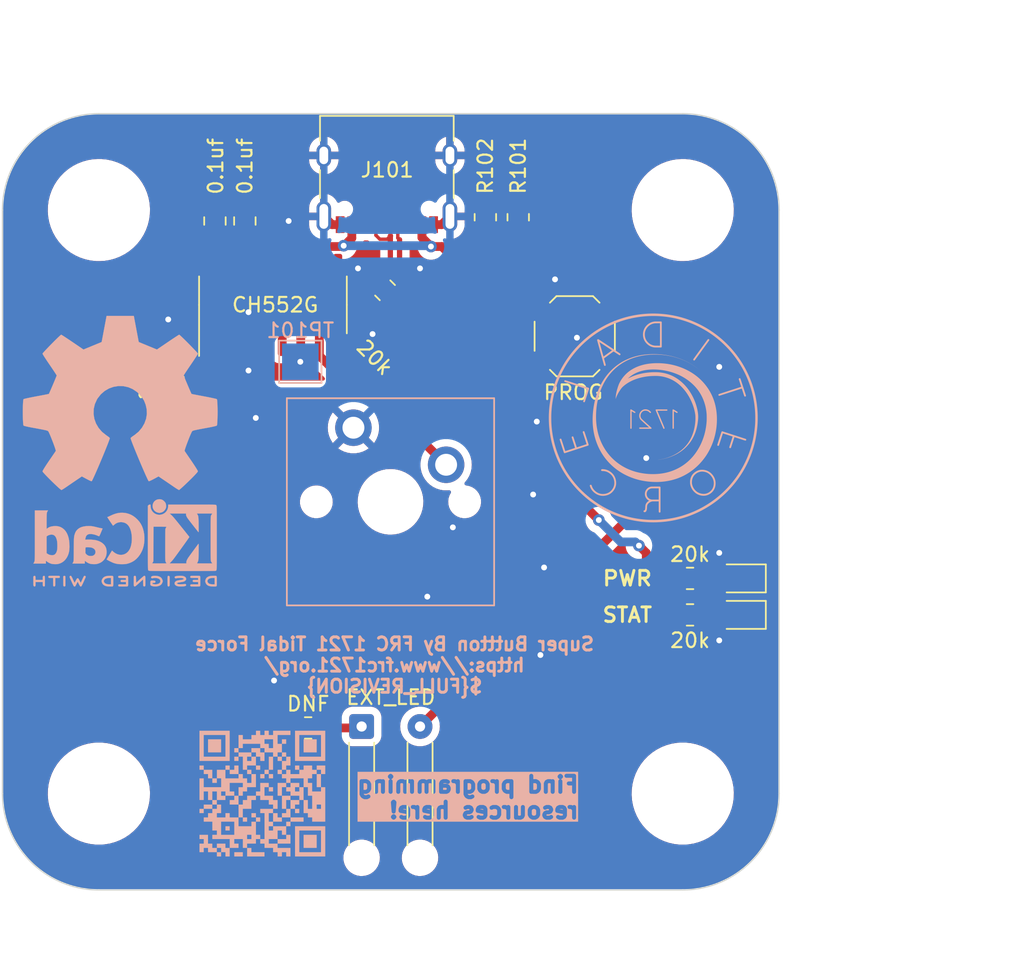
<source format=kicad_pcb>
(kicad_pcb (version 20221018) (generator pcbnew)
  (layers (0 "F.Cu" signal) (31 "B.Cu" signal) (34 "B.Paste" user) (35 "F.Paste" user) (36 "B.SilkS" user "B.Silkscreen") (37 "F.SilkS" user "F.Silkscreen") (38 "B.Mask" user) (39 "F.Mask" user) (44 "Edge.Cuts" user))
  (net 0 "")
  (net 1 "GND")
  (net 2 "+5V")
  (net 3 "/USB-")
  (net 4 "/USB+")
  (net 5 "+3V3")
  (net 6 "Net-(D103-A)")
  (net 7 "Net-(D104-A)")
  (net 8 "Net-(J101-CC1)")
  (net 10 "Net-(J101-CC2)")
  (net 12 "Net-(R104-Pad1)")
  (net 13 "/STAT")
  (net 14 "/EXT")
  (net 16 "/RST")
  (net 22 "/SW_SENSE")
  (net 24 "Net-(J103-Pin_1)")
  (footprint "Resistor_SMD:R_0805_2012Metric" (layer "F.Cu") (at 192.5 95.25 180)
    (fp_text reference "R103" hide)
    (fp_text value "20k" (at 0 1.65) (layer "F.SilkS"))
    (pad "1" smd roundrect (at -0.9125 0 180) (size 1.025 1.4) (layers "F.Cu" "F.Paste" "F.Mask") (roundrect_rratio 0.243902) (net 7 "Net-(D104-A)"))
    (pad "2" smd roundrect (at 0.9125 0 180) (size 1.025 1.4) (layers "F.Cu" "F.Paste" "F.Mask") (roundrect_rratio 0.243902) (net 2 "+5V"))
  )
  (footprint "Resistor_SMD:R_0805_2012Metric" (layer "F.Cu") (at 157.08 81.6625 90)
    (fp_text reference "R105" hide)
    (fp_text value "20k" (at 0 -1.75 90) (layer "F.SilkS"))
    (pad "1" smd roundrect (at -0.9125 0 90) (size 1.025 1.4) (layers "F.Cu" "F.Paste" "F.Mask") (roundrect_rratio 0.243902) (net 22 "/SW_SENSE"))
    (pad "2" smd roundrect (at 0.9125 0 90) (size 1.025 1.4) (layers "F.Cu" "F.Paste" "F.Mask") (roundrect_rratio 0.243902) (net 2 "+5V"))
  )
  (footprint "Connector_Wire:SolderWire-0.15sqmm_1x02_P4mm_D0.5mm_OD1.5mm_Relief" (layer "F.Cu") (at 170 105.4)
    (fp_text reference "J103" hide)
    (fp_text value "EXT_LED" (at 2 -2) (layer "F.SilkS"))
    (pad "" np_thru_hole circle (at 0 9) (size 2 2) (drill 2) (layers "*.Cu" "*.Mask"))
    (pad "" np_thru_hole circle (at 4 9) (size 2 2) (drill 2) (layers "*.Cu" "*.Mask"))
    (pad "1" thru_hole roundrect (at 0 0) (size 1.7 1.7) (drill 0.7) (layers "*.Cu" "*.Mask") (roundrect_rratio 0.147059) (net 24 "Net-(J103-Pin_1)"))
    (pad "2" thru_hole circle (at 4 0) (size 1.7 1.7) (drill 0.7) (layers "*.Cu" "*.Mask") (net 2 "+5V"))
  )
  (footprint "LED_SMD:LED_0805_2012Metric" (layer "F.Cu") (at 196.0075 97.75 180)
    (fp_text reference "D103" hide)
    (fp_text value "STAT" (at 6.0075 0) (layer "F.SilkS" knockout) (effects (font (thickness 0.2) bold) (justify right)))
    (pad "1" smd roundrect (at -0.9375 0 180) (size 0.975 1.4) (layers "F.Cu" "F.Paste" "F.Mask") (net 1 "GND"))
    (pad "2" smd roundrect (at 0.9375 0 180) (size 0.975 1.4) (layers "F.Cu" "F.Paste" "F.Mask") (net 6 "Net-(D103-A)"))
  )
  (footprint "Resistor_SMD:R_0805_2012Metric" (layer "F.Cu") (at 171.604765 75.5 135)
    (fp_text reference "R104" hide)
    (fp_text value "20k" (at -2.75 -3.75 135) (layer "F.SilkS"))
    (pad "1" smd roundrect (at -0.9125 0 135) (size 1.025 1.4) (layers "F.Cu" "F.Paste" "F.Mask") (roundrect_rratio 0.243902) (net 12 "Net-(R104-Pad1)"))
    (pad "2" smd roundrect (at 0.9125 0 135) (size 1.025 1.4) (layers "F.Cu" "F.Paste" "F.Mask") (roundrect_rratio 0.243902) (net 4 "/USB+"))
  )
  (footprint "Capacitor_SMD:C_0805_2012Metric" (layer "F.Cu") (at 162 70.75 90)
    (fp_text reference "C104" hide)
    (fp_text value "0.1uf" (at 3.75 0 90) (layer "F.SilkS"))
    (pad "1" smd roundrect (at -0.95 0 90) (size 1 1.45) (layers "F.Cu" "F.Paste" "F.Mask") (net 2 "+5V"))
    (pad "2" smd roundrect (at 0.95 0 90) (size 1 1.45) (layers "F.Cu" "F.Paste" "F.Mask") (net 1 "GND"))
  )
  (footprint "Capacitor_SMD:C_0805_2012Metric" (layer "F.Cu") (at 159.95 70.75 90)
    (fp_text reference "C101" hide)
    (fp_text value "0.1uf" (at 3.75 0.05 90) (layer "F.SilkS"))
    (pad "1" smd roundrect (at -0.95 0 90) (size 1 1.45) (layers "F.Cu" "F.Paste" "F.Mask") (net 5 "+3V3"))
    (pad "2" smd roundrect (at 0.95 0 90) (size 1 1.45) (layers "F.Cu" "F.Paste" "F.Mask") (net 1 "GND"))
  )
  (footprint "Button_Switch_SMD:SW_SPST_TL3342" (layer "F.Cu") (at 184.6 78.65 180)
    (fp_text reference "SW102" hide)
    (fp_text value "PROG" (at 0.1 -3.85 180) (layer "F.SilkS"))
    (pad "1" smd rect (at -3.15 -1.9 180) (size 1.7 1) (layers "F.Cu" "F.Paste" "F.Mask") (net 12 "Net-(R104-Pad1)"))
    (pad "1" smd rect (at 3.15 -1.9 180) (size 1.7 1) (layers "F.Cu" "F.Paste" "F.Mask") (net 12 "Net-(R104-Pad1)"))
    (pad "2" smd rect (at -3.15 1.9 180) (size 1.7 1) (layers "F.Cu" "F.Paste" "F.Mask") (net 2 "+5V"))
    (pad "2" smd rect (at 3.15 1.9 180) (size 1.7 1) (layers "F.Cu" "F.Paste" "F.Mask") (net 2 "+5V"))
  )
  (footprint "LED_SMD:LED_0805_2012Metric" (layer "F.Cu") (at 196.0075 95.25 180)
    (fp_text reference "D104" hide)
    (fp_text value "PWR" (at 6.0075 0) (layer "F.SilkS" knockout) (effects (font (size 1 1.06) (thickness 0.2) bold) (justify right)))
    (pad "1" smd roundrect (at -0.9375 0 180) (size 0.975 1.4) (layers "F.Cu" "F.Paste" "F.Mask") (net 1 "GND"))
    (pad "2" smd roundrect (at 0.9375 0 180) (size 0.975 1.4) (layers "F.Cu" "F.Paste" "F.Mask") (net 7 "Net-(D104-A)"))
  )
  (footprint "Resistor_SMD:R_0805_2012Metric" (layer "F.Cu") (at 192.5 97.75 180)
    (fp_text reference "R106" hide)
    (fp_text value "20k" (at 0 -1.75) (layer "F.SilkS"))
    (pad "1" smd roundrect (at -0.9125 0 180) (size 1.025 1.4) (layers "F.Cu" "F.Paste" "F.Mask") (roundrect_rratio 0.243902) (net 6 "Net-(D103-A)"))
    (pad "2" smd roundrect (at 0.9125 0 180) (size 1.025 1.4) (layers "F.Cu" "F.Paste" "F.Mask") (roundrect_rratio 0.243902) (net 13 "/STAT"))
  )
  (footprint "Resistor_SMD:R_0805_2012Metric" (layer "F.Cu") (at 166.3375 105.5 180)
    (fp_text reference "R108" hide)
    (fp_text value "DNF" (at 0 1.65) (layer "F.SilkS"))
    (pad "1" smd roundrect (at -0.9125 0 180) (size 1.025 1.4) (layers "F.Cu" "F.Paste" "F.Mask") (roundrect_rratio 0.243902) (net 24 "Net-(J103-Pin_1)"))
    (pad "2" smd roundrect (at 0.9125 0 180) (size 1.025 1.4) (layers "F.Cu" "F.Paste" "F.Mask") (roundrect_rratio 0.243902) (net 14 "/EXT"))
  )
  (footprint "Resistor_SMD:R_0805_2012Metric" (layer "F.Cu") (at 178.478572 70.4925 90)
    (fp_text reference "R102" (at 3.5075 0 90) (layer "F.SilkS"))
    (fp_text value "5K1")
    (pad "1" smd roundrect (at -0.9125 0 90) (size 1.025 1.4) (layers "F.Cu" "F.Paste" "F.Mask") (roundrect_rratio 0.243902) (net 1 "GND"))
    (pad "2" smd roundrect (at 0.9125 0 90) (size 1.025 1.4) (layers "F.Cu" "F.Paste" "F.Mask") (roundrect_rratio 0.243902) (net 8 "Net-(J101-CC1)"))
  )
  (footprint "Package_SO:SOP-16_3.9x9.9mm_P1.27mm" (layer "F.Cu") (at 163.925 76.5 90)
    (fp_text reference "U101" hide)
    (fp_text value "CH552G" (at 0 0.155 180) (layer "F.SilkS"))
    (pad "1" smd roundrect (at -2.5 -4.445 90) (size 2 0.6) (layers "F.Cu" "F.Paste" "F.Mask") (net 22 "/SW_SENSE"))
    (pad "2" smd roundrect (at -2.5 -3.175 90) (size 2 0.6) (layers "F.Cu" "F.Paste" "F.Mask"))
    (pad "3" smd roundrect (at -2.5 -1.905 90) (size 2 0.6) (layers "F.Cu" "F.Paste" "F.Mask"))
    (pad "4" smd roundrect (at -2.5 -0.635 90) (size 2 0.6) (layers "F.Cu" "F.Paste" "F.Mask"))
    (pad "5" smd roundrect (at -2.5 0.635 90) (size 2 0.6) (layers "F.Cu" "F.Paste" "F.Mask"))
    (pad "6" smd roundrect (at -2.5 1.905 90) (size 2 0.6) (layers "F.Cu" "F.Paste" "F.Mask") (net 16 "/RST"))
    (pad "7" smd roundrect (at -2.5 3.175 90) (size 2 0.6) (layers "F.Cu" "F.Paste" "F.Mask") (net 14 "/EXT"))
    (pad "8" smd roundrect (at -2.5 4.445 90) (size 2 0.6) (layers "F.Cu" "F.Paste" "F.Mask") (net 13 "/STAT"))
    (pad "9" smd roundrect (at 2.5 4.445 90) (size 2 0.6) (layers "F.Cu" "F.Paste" "F.Mask"))
    (pad "10" smd roundrect (at 2.5 3.175 90) (size 2 0.6) (layers "F.Cu" "F.Paste" "F.Mask"))
    (pad "11" smd roundrect (at 2.5 1.905 90) (size 2 0.6) (layers "F.Cu" "F.Paste" "F.Mask"))
    (pad "12" smd roundrect (at 2.5 0.635 90) (size 2 0.6) (layers "F.Cu" "F.Paste" "F.Mask") (net 4 "/USB+"))
    (pad "13" smd roundrect (at 2.5 -0.635 90) (size 2 0.6) (layers "F.Cu" "F.Paste" "F.Mask") (net 3 "/USB-"))
    (pad "14" smd roundrect (at 2.5 -1.905 90) (size 2 0.6) (layers "F.Cu" "F.Paste" "F.Mask") (net 1 "GND"))
    (pad "15" smd roundrect (at 2.5 -3.175 90) (size 2 0.6) (layers "F.Cu" "F.Paste" "F.Mask") (net 2 "+5V"))
    (pad "16" smd roundrect (at 2.5 -4.445 90) (size 2 0.6) (layers "F.Cu" "F.Paste" "F.Mask") (net 5 "+3V3"))
  )
  (footprint "Resistor_SMD:R_0805_2012Metric" (layer "F.Cu") (at 180.728572 70.4925 90)
    (fp_text reference "R101" (at 3.5075 0 90) (layer "F.SilkS"))
    (fp_text value "5K1")
    (pad "1" smd roundrect (at -0.9125 0 90) (size 1.025 1.4) (layers "F.Cu" "F.Paste" "F.Mask") (roundrect_rratio 0.243902) (net 1 "GND"))
    (pad "2" smd roundrect (at 0.9125 0 90) (size 1.025 1.4) (layers "F.Cu" "F.Paste" "F.Mask") (roundrect_rratio 0.243902) (net 10 "Net-(J101-CC2)"))
  )
  (footprint "Connector_USB:USB_C_Receptacle_XKB_U262-16XN-4BVC11" (layer "F.Cu") (at 171.728572 67.33 180)
    (fp_text reference "J101" (at -0.021428 0.08) (layer "F.SilkS"))
    (fp_text value "USBC")
    (pad "" np_thru_hole circle (at -2.89 -2.605 180) (size 0.65 0.65) (drill 0.65) (layers "*.Cu" "*.Mask"))
    (pad "" np_thru_hole circle (at 2.89 -2.605 180) (size 0.65 0.65) (drill 0.65) (layers "*.Cu" "*.Mask"))
    (pad "A1" smd rect (at -3.35 -3.67 180) (size 0.3 1.15) (layers "F.Cu" "F.Paste" "F.Mask") (net 1 "GND"))
    (pad "A4" smd rect (at -2.55 -3.67 180) (size 0.3 1.15) (layers "F.Cu" "F.Paste" "F.Mask") (net 2 "+5V"))
    (pad "A5" smd rect (at -1.25 -3.67 180) (size 0.3 1.15) (layers "F.Cu" "F.Paste" "F.Mask") (net 8 "Net-(J101-CC1)"))
    (pad "A6" smd rect (at -0.25 -3.67 180) (size 0.3 1.15) (layers "F.Cu" "F.Paste" "F.Mask") (net 4 "/USB+"))
    (pad "A7" smd rect (at 0.25 -3.67 180) (size 0.3 1.15) (layers "F.Cu" "F.Paste" "F.Mask") (net 3 "/USB-"))
    (pad "A8" smd rect (at 1.25 -3.67 180) (size 0.3 1.15) (layers "F.Cu" "F.Paste" "F.Mask"))
    (pad "A9" smd rect (at 2.55 -3.67 180) (size 0.3 1.15) (layers "F.Cu" "F.Paste" "F.Mask") (net 2 "+5V"))
    (pad "A12" smd rect (at 3.35 -3.67 180) (size 0.3 1.15) (layers "F.Cu" "F.Paste" "F.Mask") (net 1 "GND"))
    (pad "B1" smd rect (at 3.05 -3.67 180) (size 0.3 1.15) (layers "F.Cu" "F.Paste" "F.Mask") (net 1 "GND"))
    (pad "B4" smd rect (at 2.25 -3.67 180) (size 0.3 1.15) (layers "F.Cu" "F.Paste" "F.Mask") (net 2 "+5V"))
    (pad "B5" smd rect (at 1.75 -3.67 180) (size 0.3 1.15) (layers "F.Cu" "F.Paste" "F.Mask") (net 10 "Net-(J101-CC2)"))
    (pad "B6" smd rect (at 0.75 -3.67 180) (size 0.3 1.15) (layers "F.Cu" "F.Paste" "F.Mask") (net 4 "/USB+"))
    (pad "B7" smd rect (at -0.75 -3.67 180) (size 0.3 1.15) (layers "F.Cu" "F.Paste" "F.Mask") (net 3 "/USB-"))
    (pad "B8" smd rect (at -1.75 -3.67 180) (size 0.3 1.15) (layers "F.Cu" "F.Paste" "F.Mask"))
    (pad "B9" smd rect (at -2.25 -3.67 180) (size 0.3 1.15) (layers "F.Cu" "F.Paste" "F.Mask") (net 2 "+5V"))
    (pad "B12" smd rect (at -3.05 -3.67 180) (size 0.3 1.15) (layers "F.Cu" "F.Paste" "F.Mask") (net 1 "GND"))
    (pad "S1" thru_hole oval (at -4.32 -3.105 180) (size 1 2.1) (drill oval 0.6 1.7) (layers "*.Cu" "*.Mask") (net 1 "GND"))
    (pad "S1" thru_hole oval (at -4.32 1.075 180) (size 1 1.6) (drill oval 0.6 1.2) (layers "*.Cu" "*.Mask") (net 1 "GND"))
    (pad "S1" thru_hole oval (at 4.32 -3.105 180) (size 1 2.1) (drill oval 0.6 1.7) (layers "*.Cu" "*.Mask") (net 1 "GND"))
    (pad "S1" thru_hole oval (at 4.32 1.075 180) (size 1 1.6) (drill oval 0.6 1.2) (layers "*.Cu" "*.Mask") (net 1 "GND"))
  )
  (footprint "Misc:QRCODE" (layer "B.Cu") (at 163.2 110 180)
    (fp_text reference "G***" hide)
    (fp_text value "LOGO" hide)
  )
  (footprint "1721:TIDAL_FORCE_LOGO" (layer "B.Cu") (at 189.978572 84.25 180)
    (fp_text reference "G***" hide)
    (fp_text value "LOGO" hide)
  )
  (footprint "Symbol:KiCad-Logo2_5mm_SilkScreen" (layer "B.Cu") (at 153.8 92.8 180)
    (fp_text reference "REF**" hide)
    (fp_text value "KiCad-Logo2_5mm_SilkScreen" hide)
  )
  (footprint "MountingHole:MountingHole_6.5mm" (layer "B.Cu") (at 152 70 180)
    (fp_text reference "H103" hide)
    (fp_text value "MountingHole" hide)
    (pad "" np_thru_hole circle (at 0 0 180) (size 6.5 6.5) (drill 6.5) (layers "*.Cu" "*.Mask"))
  )
  (footprint "MountingHole:MountingHole_6.5mm" (layer "B.Cu") (at 192 70 -90)
    (fp_text reference "H104" hide)
    (fp_text value "MountingHole" hide)
    (pad "" np_thru_hole circle (at 0 0 270) (size 6.5 6.5) (drill 6.5) (layers "*.Cu" "*.Mask"))
  )
  (footprint "MountingHole:MountingHole_6.5mm" (layer "B.Cu") (at 192 110 180)
    (fp_text reference "H101" hide)
    (fp_text value "MountingHole" hide)
    (pad "" np_thru_hole circle (at 0 0 180) (size 6.5 6.5) (drill 6.5) (layers "*.Cu" "*.Mask"))
  )
  (footprint "Symbol:OSHW-Symbol_13.4x12mm_SilkScreen" (layer "B.Cu") (at 153.478572 83.25 180)
    (fp_text reference "REF**" hide)
    (fp_text value "OSHW-Symbol_13.4x12mm_SilkScreen" hide)
  )
  (footprint "MountingHole:MountingHole_6.5mm" (layer "B.Cu") (at 152 110 180)
    (fp_text reference "H102" hide)
    (fp_text value "MountingHole" hide)
    (pad "" np_thru_hole circle (at 0 0 180) (size 6.5 6.5) (drill 6.5) (layers "*.Cu" "*.Mask"))
  )
  (footprint "Switch_Keyboard_Cherry_MX:SW_Cherry_MX_PCB" (layer "B.Cu") (at 171.978572 90 180)
    (fp_text reference "SW101" hide)
    (fp_text value "Switch")
    (pad "" np_thru_hole circle (at -5.08 0 180) (size 1.75 1.75) (drill 1.75) (layers "*.Cu" "*.Mask"))
    (pad "" np_thru_hole circle (at 0 0 180) (size 4 4) (drill 4) (layers "*.Cu" "*.Mask"))
    (pad "" np_thru_hole circle (at 5.08 0 180) (size 1.75 1.75) (drill 1.75) (layers "*.Cu" "*.Mask"))
    (pad "1" thru_hole circle (at -3.81 2.54 180) (size 2.5 2.5) (drill 1.5) (layers "*.Cu" "F.Mask") (net 22 "/SW_SENSE"))
    (pad "2" thru_hole circle (at 2.54 5.08 180) (size 2.5 2.5) (drill 1.5) (layers "*.Cu" "F.Mask") (net 1 "GND"))
  )
  (footprint "TestPoint:TestPoint_Pad_2.5x2.5mm" (layer "B.Cu") (at 165.8 80.4 180)
    (fp_text reference "TP101" (at 0 2.148) (layer "B.SilkS") (effects (justify mirror)))
    (fp_text value "TestPoint")
    (pad "1" smd rect (at 0 0 180) (size 2.5 2.5) (layers "B.Cu" "B.Mask") (net 16 "/RST"))
  )
  (gr_arc (start 198.6 110) (mid 196.666905 114.666905) (end 192 116.6) (stroke (width 0.1)) (layer "Edge.Cuts"))
  (gr_line (start 145.4 70) (end 145.4 110) (stroke (width 0.1)) (layer "Edge.Cuts"))
  (gr_arc (start 192 63.4) (mid 196.666905 65.333095) (end 198.6 70) (stroke (width 0.1)) (layer "Edge.Cuts"))
  (gr_line (start 198.6 110) (end 198.6 70) (stroke (width 0.1)) (layer "Edge.Cuts"))
  (gr_line (start 192 63.4) (end 152 63.4) (stroke (width 0.1)) (layer "Edge.Cuts"))
  (gr_arc (start 152 116.6) (mid 147.333095 114.666905) (end 145.4 110) (stroke (width 0.1)) (layer "Edge.Cuts"))
  (gr_line (start 152 116.6) (end 192 116.6) (stroke (width 0.1)) (layer "Edge.Cuts"))
  (gr_arc (start 145.4 70) (mid 147.333095 65.333095) (end 152 63.4) (stroke (width 0.1)) (layer "Edge.Cuts"))
  (gr_text "Super Buttton By FRC 1721 Tidal Force\nhttps://www.frc1721.org/\n${FULL_REVISION}" (at 172.25 101.2) (layer "B.SilkS") (effects (font (size 0.9 0.9) (thickness 0.2)) (justify mirror)))
  (gr_text "Find programming \nresources here!" (at 185 111.8) (layer "B.SilkS" knockout) (effects (font (size 1.1 1.1) (thickness 0.275) bold) (justify left bottom mirror)))
  (segment (start 168.378572 71) (end 167.973572 71) (width 0.6) (layer "F.Cu") (net 1))
  (segment (start 175.078572 71) (end 175.483572 71) (width 0.6) (layer "F.Cu") (net 1))
  (segment (start 167.973572 71) (end 167.408572 70.435) (width 0.6) (layer "F.Cu") (net 1))
  (segment (start 175.483572 71) (end 176.048572 70.435) (width 0.6) (layer "F.Cu") (net 1))
  (via (at 162.75 84.25) (size 0.8) (drill 0.4) (layers "F.Cu" "B.Cu") (net 1))
  (via (at 174.5 96.5) (size 0.8) (drill 0.4) (layers "F.Cu" "B.Cu") (net 1))
  (via (at 194.5 93.5) (size 0.8) (drill 0.4) (layers "F.Cu" "B.Cu") (net 1))
  (via (at 162.25 77) (size 0.8) (drill 0.4) (layers "F.Cu" "B.Cu") (net 1))
  (via (at 182.5 94.5) (size 0.8) (drill 0.4) (layers "F.Cu" "B.Cu") (net 1))
  (via (at 183.25 74.75) (size 0.8) (drill 0.4) (layers "F.Cu" "B.Cu") (net 1))
  (via (at 181.75 89.5) (size 0.8) (drill 0.4) (layers "F.Cu" "B.Cu") (net 1))
  (via (at 170.75 78.5) (size 0.8) (drill 0.4) (layers "F.Cu" "B.Cu") (net 1))
  (via (at 182 84.5) (size 0.8) (drill 0.4) (layers "F.Cu" "B.Cu") (net 1))
  (via (at 189.5 87) (size 0.8) (drill 0.4) (layers "F.Cu" "B.Cu") (net 1))
  (via (at 176.25 91.75) (size 0.8) (drill 0.4) (layers "F.Cu" "B.Cu") (net 1))
  (via (at 162.25 81) (size 0.8) (drill 0.4) (layers "F.Cu" "B.Cu") (net 1))
  (via (at 194.5 99.5) (size 0.8) (drill 0.4) (layers "F.Cu" "B.Cu") (net 1))
  (via (at 184.75 78.75) (size 0.8) (drill 0.4) (layers "F.Cu" "B.Cu") (net 1))
  (via (at 174 74) (size 0.8) (drill 0.4) (layers "F.Cu" "B.Cu") (net 1))
  (via (at 164 102.25) (size 0.8) (drill 0.4) (layers "F.Cu" "B.Cu") (net 1))
  (via (at 194.5 80.75) (size 0.8) (drill 0.4) (layers "F.Cu" "B.Cu") (net 1))
  (via (at 182.25 100.5) (size 0.8) (drill 0.4) (layers "F.Cu" "B.Cu") (net 1))
  (via (at 169.75 74) (size 0.8) (drill 0.4) (layers "F.Cu" "B.Cu") (net 1))
  (via (at 156.75 77.5) (size 0.8) (drill 0.4) (layers "F.Cu" "B.Cu") (net 1))
  (via (at 165 70.75) (size 0.8) (drill 0.4) (layers "F.Cu" "B.Cu") (net 1))
  (segment (start 174.128572 71.878572) (end 174.128572 71.5) (width 0.6) (layer "F.Cu") (net 2))
  (segment (start 157.08 79.17) (end 160.75 75.5) (width 0.6) (layer "F.Cu") (net 2))
  (segment (start 173.978572 71) (end 173.978572 71.728572) (width 0.3) (layer "F.Cu") (net 2))
  (segment (start 191.5875 86.75) (end 191.5875 79.0875) (width 0.6) (layer "F.Cu") (net 2))
  (segment (start 175.5 72.5) (end 174.75 72.5) (width 0.6) (layer "F.Cu") (net 2))
  (segment (start 191.5875 79.0875) (end 189.25 76.75) (width 0.6) (layer "F.Cu") (net 2))
  (segment (start 179.75 76.75) (end 175.5 72.5) (width 0.6) (layer "F.Cu") (net 2))
  (segment (start 173.978572 71.728572) (end 174.128572 71.878572) (width 0.3) (layer "F.Cu") (net 2))
  (segment (start 160.75 75.5) (end 160.75 74) (width 0.6) (layer "F.Cu") (net 2))
  (segment (start 174.128572 71.878572) (end 174.278572 71.728572) (width 0.3) (layer "F.Cu") (net 2))
  (segment (start 173.978572 105.421428) (end 173.978572 105.425) (width 0.6) (layer "F.Cu") (net 2))
  (segment (start 157.08 80.75) (end 157.08 79.17) (width 0.6) (layer "F.Cu") (net 2))
  (segment (start 164 72.5) (end 168.75 72.5) (width 0.6) (layer "F.Cu") (net 2))
  (segment (start 174.75 72.5) (end 174.128572 71.878572) (width 0.6) (layer "F.Cu") (net 2))
  (segment (start 181.45 76.75) (end 179.75 76.75) (width 0.6) (layer "F.Cu") (net 2))
  (segment (start 181.45 76.75) (end 187.75 76.75) (width 0.6) (layer "F.Cu") (net 2))
  (segment (start 168.75 72.463446) (end 168.770017 72.443429) (width 0.6) (layer "F.Cu") (net 2))
  (segment (start 191.5875 87.8125) (end 173.978572 105.421428) (width 0.6) (layer "F.Cu") (net 2))
  (segment (start 168.75 72.5) (end 168.75 72.463446) (width 0.6) (layer "F.Cu") (net 2))
  (segment (start 168.75 72.5) (end 169.328572 71.921428) (width 0.6) (layer "F.Cu") (net 2))
  (segment (start 163.2 71.7) (end 164 72.5) (width 0.6) (layer "F.Cu") (net 2))
  (segment (start 189.25 76.75) (end 187.75 76.75) (width 0.6) (layer "F.Cu") (net 2))
  (segment (start 191.5875 95.25) (end 191.5875 86.75) (width 0.6) (layer "F.Cu") (net 2))
  (segment (start 174.278572 71.728572) (end 174.278572 71) (width 0.3) (layer "F.Cu") (net 2))
  (segment (start 162 71.7) (end 163.2 71.7) (width 0.6) (layer "F.Cu") (net 2))
  (segment (start 191.5875 86.75) (end 191.5875 87.8125) (width 0.6) (layer "F.Cu") (net 2))
  (segment (start 161.73566 71.7) (end 160.75 72.68566) (width 0.6) (layer "F.Cu") (net 2))
  (segment (start 160.75 72.68566) (end 160.75 74) (width 0.6) (layer "F.Cu") (net 2))
  (segment (start 169.328572 71.921428) (end 169.328572 71) (width 0.6) (layer "F.Cu") (net 2))
  (via (at 168.770017 72.443429) (size 0.8) (drill 0.4) (layers "F.Cu" "B.Cu") (net 2))
  (via (at 174.75 72.5) (size 0.8) (drill 0.4) (layers "F.Cu" "B.Cu") (net 2))
  (segment (start 174.693429 72.443429) (end 174.75 72.5) (width 0.6) (layer "B.Cu") (net 2))
  (segment (start 168.770017 72.443429) (end 174.693429 72.443429) (width 0.6) (layer "B.Cu") (net 2))
  (segment (start 171.75 70) (end 172.25 70) (width 0.23) (layer "F.Cu") (net 3))
  (segment (start 164.737676 76.683708) (end 163.609608 75.55564) (width 0.360923) (layer "F.Cu") (net 3))
  (segment (start 172.478572 70.228572) (end 172.478572 71) (width 0.23) (layer "F.Cu") (net 3))
  (segment (start 172.598595 72.033203) (end 172.478572 71.91318) (width 0.23) (layer "F.Cu") (net 3))
  (segment (start 163.609608 74.319608) (end 163.29 74) (width 0.360923) (layer "F.Cu") (net 3))
  (segment (start 172.25 70) (end 172.478572 70.228572) (width 0.23) (layer "F.Cu") (net 3))
  (segment (start 171.478572 71) (end 171.478572 70.271428) (width 0.23) (layer "F.Cu") (net 3))
  (segment (start 172.478572 71.91318) (end 172.478572 71) (width 0.23) (layer "F.Cu") (net 3))
  (segment (start 171.478572 70.271428) (end 171.75 70) (width 0.23) (layer "F.Cu") (net 3))
  (segment (start 172.598595 74.597437) (end 170.512324 76.683708) (width 0.360923) (layer "F.Cu") (net 3))
  (segment (start 170.512324 76.683708) (end 164.737676 76.683708) (width 0.360923) (layer "F.Cu") (net 3))
  (segment (start 163.609608 75.55564) (end 163.609608 74.319608) (width 0.360923) (layer "F.Cu") (net 3))
  (segment (start 172.598595 72.033203) (end 172.598595 74.597437) (width 0.360923) (layer "F.Cu") (net 3))
  (segment (start 171.25 75.053968) (end 171.026984 75.276984) (width 0.23) (layer "F.Cu") (net 4))
  (segment (start 164.56 74) (end 164.240392 74.319608) (width 0.360923) (layer "F.Cu") (net 4))
  (segment (start 164.998956 76.052924) (end 170.251044 76.052924) (width 0.360923) (layer "F.Cu") (net 4))
  (segment (start 164.240392 75.29436) (end 164.998956 76.052924) (width 0.360923) (layer "F.Cu") (net 4))
  (segment (start 171.026984 75.276984) (end 171.967811 74.336157) (width 0.360923) (layer "F.Cu") (net 4))
  (segment (start 171.25 72) (end 170.978572 71.728572) (width 0.23) (layer "F.Cu") (net 4))
  (segment (start 171.75 72) (end 171.25 72) (width 0.23) (layer "F.Cu") (net 4))
  (segment (start 171.978572 71) (end 171.978572 71.771428) (width 0.23) (layer "F.Cu") (net 4))
  (segment (start 164.240392 74.319608) (end 164.240392 75.29436) (width 0.360923) (layer "F.Cu") (net 4))
  (segment (start 171.967811 71.782189) (end 171.978572 71.771428) (width 0.360923) (layer "F.Cu") (net 4))
  (segment (start 171.978572 71.771428) (end 171.75 72) (width 0.23) (layer "F.Cu") (net 4))
  (segment (start 171.967811 74.336157) (end 171.967811 71.782189) (width 0.360923) (layer "F.Cu") (net 4))
  (segment (start 170.251044 76.052924) (end 171.026984 75.276984) (width 0.360923) (layer "F.Cu") (net 4))
  (segment (start 170.978572 71.728572) (end 170.978572 71) (width 0.23) (layer "F.Cu") (net 4))
  (segment (start 159.95 72.3) (end 159.95 71.7) (width 0.6) (layer "F.Cu") (net 5))
  (segment (start 159.48 74) (end 159.48 72.77) (width 0.6) (layer "F.Cu") (net 5))
  (segment (start 159.48 72.77) (end 159.95 72.3) (width 0.6) (layer "F.Cu") (net 5))
  (segment (start 193.4125 97.75) (end 195.07 97.75) (width 0.6) (layer "F.Cu") (net 6))
  (segment (start 193.4125 95.25) (end 195.07 95.25) (width 0.6) (layer "F.Cu") (net 7))
  (segment (start 177.648572 68.75) (end 178.478572 69.58) (width 0.3) (layer "F.Cu") (net 8))
  (segment (start 174 68.75) (end 177.648572 68.75) (width 0.3) (layer "F.Cu") (net 8))
  (segment (start 172.978572 69.771428) (end 174 68.75) (width 0.3) (layer "F.Cu") (net 8))
  (segment (start 172.978572 71) (end 172.978572 69.771428) (width 0.3) (layer "F.Cu") (net 8))
  (segment (start 172 68.25) (end 179.398572 68.25) (width 0.3) (layer "F.Cu") (net 10))
  (segment (start 169.978572 70.271428) (end 172 68.25) (width 0.3) (layer "F.Cu") (net 10))
  (segment (start 169.978572 71) (end 169.978572 70.271428) (width 0.3) (layer "F.Cu") (net 10))
  (segment (start 179.398572 68.25) (end 180.728572 69.58) (width 0.3) (layer "F.Cu") (net 10))
  (segment (start 181.45 80.55) (end 187.75 80.55) (width 0.6) (layer "F.Cu") (net 12))
  (segment (start 180.55 80.55) (end 181.45 80.55) (width 0.6) (layer "F.Cu") (net 12))
  (segment (start 172.25 76.145235) (end 176.145235 76.145235) (width 0.6) (layer "F.Cu") (net 12))
  (segment (start 176.145235 76.145235) (end 180.55 80.55) (width 0.6) (layer "F.Cu") (net 12))
  (segment (start 168.37 80.12) (end 168.37 79) (width 0.6) (layer "F.Cu") (net 13))
  (segment (start 190.5 97.75) (end 191.5875 97.75) (width 0.6) (layer "F.Cu") (net 13))
  (segment (start 189.5 93.5) (end 189.5 96.75) (width 0.6) (layer "F.Cu") (net 13))
  (segment (start 189.5 96.75) (end 190.5 97.75) (width 0.6) (layer "F.Cu") (net 13))
  (segment (start 189 93) (end 189.5 93.5) (width 0.6) (layer "F.Cu") (net 13))
  (segment (start 186.25 91.25) (end 175.5 80.5) (width 0.6) (layer "F.Cu") (net 13))
  (segment (start 175.5 80.5) (end 168.75 80.5) (width 0.6) (layer "F.Cu") (net 13))
  (segment (start 168.75 80.5) (end 168.37 80.12) (width 0.6) (layer "F.Cu") (net 13))
  (via (at 186.25 91.25) (size 0.8) (drill 0.4) (layers "F.Cu" "B.Cu") (net 13))
  (via (at 189 93) (size 0.8) (drill 0.4) (layers "F.Cu" "B.Cu") (net 13))
  (segment (start 186.25 91.25) (end 187.75 92.75) (width 0.6) (layer "B.Cu") (net 13))
  (segment (start 188.75 92.75) (end 189 93) (width 0.6) (layer "B.Cu") (net 13))
  (segment (start 187.75 92.75) (end 188.75 92.75) (width 0.6) (layer "B.Cu") (net 13))
  (segment (start 179.75 87.75) (end 179.75 90.75) (width 0.6) (layer "F.Cu") (net 14))
  (segment (start 179.75 90.75) (end 177.25 93.25) (width 0.6) (layer "F.Cu") (net 14))
  (segment (start 173.5 81.5) (end 179.75 87.75) (width 0.6) (layer "F.Cu") (net 14))
  (segment (start 167.1 79.98137) (end 168.61863 81.5) (width 0.6) (layer "F.Cu") (net 14))
  (segment (start 167.1 79) (end 167.1 79.98137) (width 0.6) (layer "F.Cu") (net 14))
  (segment (start 175.5 93.25) (end 165.425 103.325) (width 0.6) (layer "F.Cu") (net 14))
  (segment (start 165.425 103.325) (end 165.425 105.5) (width 0.6) (layer "F.Cu") (net 14))
  (segment (start 177.25 93.25) (end 175.5 93.25) (width 0.6) (layer "F.Cu") (net 14))
  (segment (start 168.61863 81.5) (end 173.5 81.5) (width 0.6) (layer "F.Cu") (net 14))
  (segment (start 165.83 80.37) (end 165.8 80.4) (width 0.25) (layer "F.Cu") (net 16))
  (segment (start 165.83 79) (end 165.83 80.37) (width 0.25) (layer "F.Cu") (net 16))
  (via (at 165.8 80.4) (size 0.8) (drill 0.4) (layers "F.Cu" "B.Cu") (net 16))
  (segment (start 170.828572 82.5) (end 175.788572 87.46) (width 0.6) (layer "F.Cu") (net 22))
  (segment (start 157.08 82.575) (end 158.425 82.575) (width 0.6) (layer "F.Cu") (net 22))
  (segment (start 160.46 82.5) (end 170.828572 82.5) (width 0.6) (layer "F.Cu") (net 22))
  (segment (start 159.48 81.52) (end 160.46 82.5) (width 0.6) (layer "F.Cu") (net 22))
  (segment (start 158.425 82.575) (end 159.48 81.52) (width 0.6) (layer "F.Cu") (net 22))
  (segment (start 159.48 81.52) (end 159.48 79) (width 0.6) (layer "F.Cu") (net 22))
  (segment (start 169.9 105.5) (end 170 105.4) (width 0.6) (layer "F.Cu") (net 24))
  (segment (start 167.25 105.5) (end 169.9 105.5) (width 0.6) (layer "F.Cu") (net 24))
  (zone (net 1) (net_name "GND") (layers "F&B.Cu") (connect_pads (clearance 0.508)) (min_thickness 0.254) (fill yes (thermal_gap 0.508) (thermal_bridge_width 0.508))
    (polygon (pts (xy 145.4 63.4) (xy 145.4 116.6) (xy 198.6 116.6) (xy 198.6 63.4)))
  )
)
</source>
